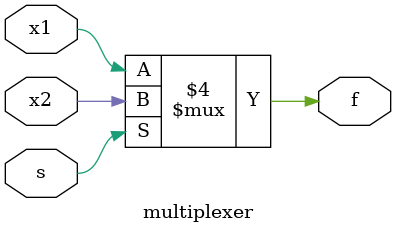
<source format=v>
module multiplexer(x1,x2,s,f);
  // Behavioural model of multiplexer
  input x1,x2,s;
  output f;
  reg f;
  always @(x1,x2,s) 
  begin
    if (s==0) 
      begin
        f = x1;
      end 
    else
      begin
        f = x2;
      end
  end
endmodule
</source>
